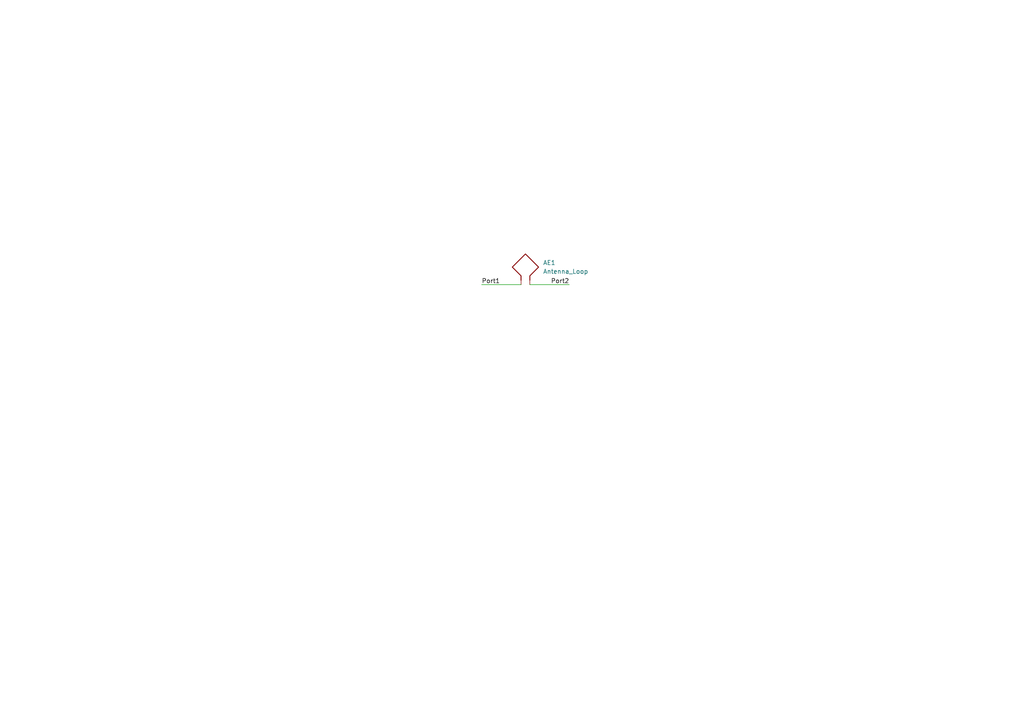
<source format=kicad_sch>
(kicad_sch (version 20211123) (generator eeschema)
  (paper "A4")
  (title_block (title "GNSS Ring Patch Antenna") (rev "1.0") (company "The Antenna Guy"))
  (lib_symbols
    (symbol "Device:Antenna_Loop" (pin_numbers hide) (pin_names (offset 1.016) hide)
      (property "Reference" "AE" (at 1.27 6.35 0))
      (property "Value" "Antenna_Loop" (at 1.27 5.08 0))
      (symbol "Antenna_Loop_0_1"
        (polyline (pts (xy 2.54 -3.81) (xy 2.54 -2.54) (xy 5.08 0) (xy 1.27 3.81) (xy -2.54 0) (xy 0 -2.54) (xy 0 -3.81)) (stroke (width 0.254)))
      )
      (symbol "Antenna_Loop_1_1"
        (pin input line (at 0 -5.08 90) (length 2.54) (name "~") (number "1"))
        (pin input line (at 2.54 -5.08 90) (length 2.54) (name "~") (number "2"))
      )
    )
  )
  (wire (pts (xy 139.7 82.55) (xy 151.13 82.55)))
  (wire (pts (xy 153.67 82.55) (xy 165.1 82.55)))
  (label "Port2" (at 165.1 82.55 180))
  (label "Port1" (at 139.7 82.55 0))
  (symbol (lib_id "Device:Antenna_Loop") (at 151.13 77.47 0) (unit 1)
    (property "Reference" "AE1" (at 157.48 76.1999 0) (effects (justify left)))
    (property "Value" "Antenna_Loop" (at 157.48 78.7399 0) (effects (justify left)))
    (property "Footprint" "gnss_antenna:ring_patch_1.575GHz" (effects hide))
  )
)
</source>
